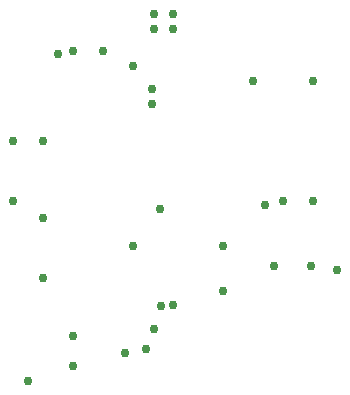
<source format=gbr>
G04 EAGLE Gerber RS-274X export*
G75*
%MOMM*%
%FSLAX34Y34*%
%LPD*%
%INVias*%
%IPPOS*%
%AMOC8*
5,1,8,0,0,1.08239X$1,22.5*%
G01*
%ADD10C,0.756400*%


D10*
X173990Y349250D03*
X173990Y361950D03*
X157480Y361950D03*
X157480Y349250D03*
X157480Y95250D03*
X50800Y50800D03*
X292100Y203200D03*
X88900Y330200D03*
X76200Y327660D03*
X38100Y203200D03*
X38100Y254000D03*
X63500Y254000D03*
X156210Y285750D03*
X114300Y330200D03*
X215900Y165100D03*
X215900Y127226D03*
X312823Y145183D03*
X266700Y203200D03*
X173990Y115570D03*
X88900Y63500D03*
X88900Y88900D03*
X63500Y189230D03*
X241300Y304800D03*
X63500Y138430D03*
X133350Y74930D03*
X151130Y77752D03*
X251460Y200050D03*
X292100Y304800D03*
X139700Y317500D03*
X139700Y165100D03*
X162560Y196850D03*
X163830Y114526D03*
X259080Y148590D03*
X290830Y148590D03*
X156210Y298450D03*
M02*

</source>
